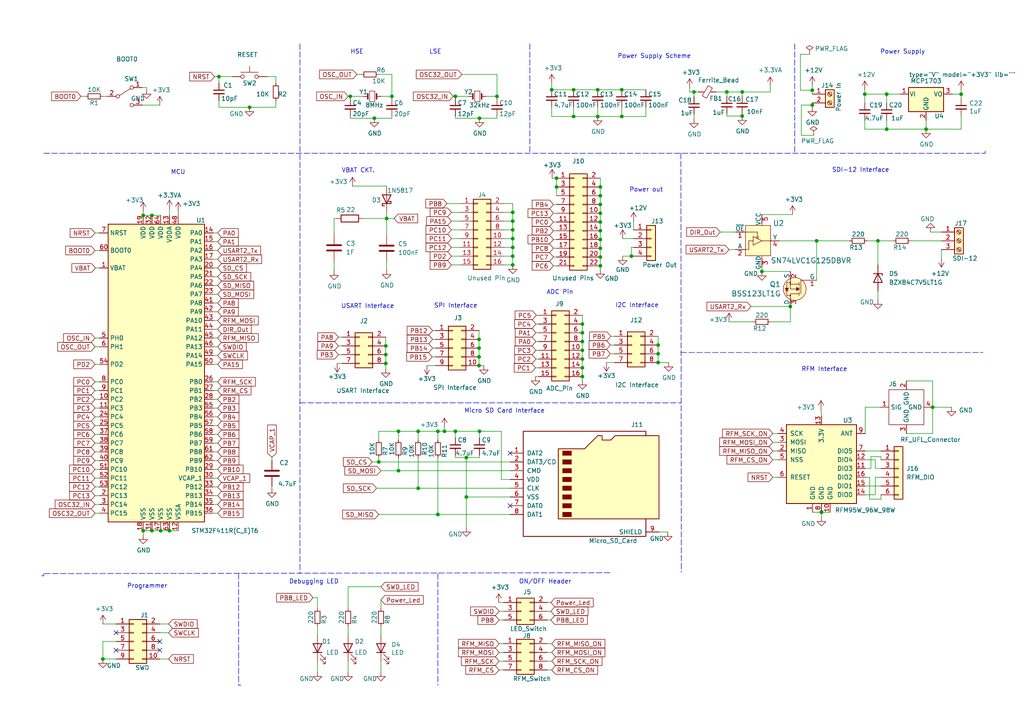
<source format=kicad_sch>
(kicad_sch (version 20211123) (generator eeschema)
  (paper "A4")
  (title_block (title "MoleNet V5.2") (date "2022-07-23") (rev "1") (company "Comnets Uni Bremen") (comment 1 "Eenesh Chavan"))
  (junction (at 268.605 37.465))
  (junction (at 46.609 153.924))
  (junction (at 41.529 62.484))
  (junction (at 235.585 30.48))
  (junction (at 115.57 136.525))
  (junction (at 148.717 69.215))
  (junction (at 138.938 100.965))
  (junction (at 270.51 118.11))
  (junction (at 238.252 148.463))
  (junction (at 190.881 102.616))
  (junction (at 201.295 26.67))
  (junction (at 148.717 66.675))
  (junction (at 190.881 105.156))
  (junction (at 168.91 109.22))
  (junction (at 173.355 26.035))
  (junction (at 108.585 34.29))
  (junction (at 127 125.095))
  (junction (at 229.235 88.9))
  (junction (at 148.717 76.835))
  (junction (at 101.6 27.94))
  (junction (at 63.5 22.225))
  (junction (at 168.91 96.52))
  (junction (at 183.134 74.295))
  (junction (at 168.91 106.68))
  (junction (at 174.117 74.549))
  (junction (at 29.845 191.135))
  (junction (at 111.887 102.87))
  (junction (at 49.149 153.924))
  (junction (at 166.37 33.782))
  (junction (at 72.39 31.115))
  (junction (at 112.141 63.373))
  (junction (at 250.825 27.305))
  (junction (at 44.069 153.924))
  (junction (at 148.717 61.595))
  (junction (at 138.938 103.505))
  (junction (at 111.887 100.33))
  (junction (at 215.265 33.655))
  (junction (at 235.585 26.162))
  (junction (at 174.117 72.009))
  (junction (at 121.285 141.605))
  (junction (at 127 149.225))
  (junction (at 128.905 125.095))
  (junction (at 139.065 125.095))
  (junction (at 148.717 64.135))
  (junction (at 174.117 61.849))
  (junction (at 148.717 71.755))
  (junction (at 215.265 26.67))
  (junction (at 138.938 106.045))
  (junction (at 139.065 34.29))
  (junction (at 144.145 27.94))
  (junction (at 168.91 99.06))
  (junction (at 168.91 93.98))
  (junction (at 173.355 33.782))
  (junction (at 174.117 69.469))
  (junction (at 161.417 54.229))
  (junction (at 210.82 26.67))
  (junction (at 160.02 26.035))
  (junction (at 174.117 59.309))
  (junction (at 148.717 74.295))
  (junction (at 236.855 69.85))
  (junction (at 220.98 78.74))
  (junction (at 254.635 69.85))
  (junction (at 180.34 33.782))
  (junction (at 41.529 153.924))
  (junction (at 132.08 27.94))
  (junction (at 109.855 133.985))
  (junction (at 257.175 37.465))
  (junction (at 174.117 66.929))
  (junction (at 44.069 62.484))
  (junction (at 190.881 100.076))
  (junction (at 115.57 125.095))
  (junction (at 278.765 27.305))
  (junction (at 174.117 54.229))
  (junction (at 168.91 104.14))
  (junction (at 166.37 26.035))
  (junction (at 180.34 26.035))
  (junction (at 113.665 27.94))
  (junction (at 174.117 77.089))
  (junction (at 174.117 56.769))
  (junction (at 111.887 105.41))
  (junction (at 135.255 132.715))
  (junction (at 174.117 64.389))
  (junction (at 161.417 51.689))
  (junction (at 238.252 148.59))
  (junction (at 257.175 27.305))
  (junction (at 135.255 144.145))
  (junction (at 168.91 101.6))
  (junction (at 121.285 125.095))
  (junction (at 132.08 125.095))
  (junction (at 138.938 98.425))
  (no_connect (at 46.355 186.055))
  (no_connect (at 33.655 188.595))
  (no_connect (at 147.955 131.445))
  (no_connect (at 33.655 183.515))
  (no_connect (at 46.355 188.595))
  (no_connect (at 147.955 146.685))
  (wire (pts (xy 27.559 143.764) (xy 28.829 143.764)))
  (wire (pts (xy 115.57 125.095) (xy 121.285 125.095)))
  (wire (pts (xy 174.117 51.689) (xy 174.117 54.229)))
  (wire (pts (xy 155.321 106.68) (xy 156.21 106.68)))
  (wire (pts (xy 146.05 189.23) (xy 144.78 189.23)))
  (wire (pts (xy 27.559 125.984) (xy 28.829 125.984)))
  (wire (pts (xy 135.255 144.145) (xy 135.255 132.715)))
  (wire (pts (xy 254.635 69.85) (xy 254.635 76.835)))
  (wire (pts (xy 29.845 180.975) (xy 33.655 180.975)))
  (wire (pts (xy 183.769 66.675) (xy 183.769 64.135)))
  (wire (pts (xy 112.141 63.373) (xy 112.141 68.199)))
  (wire (pts (xy 174.117 74.549) (xy 174.117 77.089)))
  (wire (pts (xy 63.119 85.344) (xy 61.849 85.344)))
  (wire (pts (xy 183.769 71.755) (xy 183.134 71.755)))
  (wire (pts (xy 252.603 132.461) (xy 255.524 132.461)))
  (wire (pts (xy 166.37 31.115) (xy 166.37 33.782)))
  (wire (pts (xy 168.91 91.44) (xy 168.91 93.98)))
  (wire (pts (xy 138.938 98.425) (xy 138.938 100.965)))
  (wire (pts (xy 101.6 33.655) (xy 101.6 34.29)))
  (wire (pts (xy 100.965 170.18) (xy 100.965 176.53)))
  (wire (pts (xy 63.119 133.604) (xy 61.849 133.604)))
  (wire (pts (xy 168.91 104.14) (xy 168.91 106.68)))
  (wire (pts (xy 264.16 69.85) (xy 273.05 69.85)))
  (wire (pts (xy 250.825 27.305) (xy 250.825 29.845)))
  (wire (pts (xy 158.75 186.69) (xy 160.02 186.69)))
  (wire (pts (xy 27.559 128.524) (xy 28.829 128.524)))
  (wire (pts (xy 220.98 77.47) (xy 220.98 78.74)))
  (wire (pts (xy 129.667 59.055) (xy 133.477 59.055)))
  (wire (pts (xy 146.05 186.69) (xy 144.78 186.69)))
  (wire (pts (xy 250.952 138.43) (xy 252.222 138.43)))
  (wire (pts (xy 105.41 27.94) (xy 101.6 27.94)))
  (wire (pts (xy 160.02 24.13) (xy 160.02 26.035)))
  (wire (pts (xy 270.51 110.49) (xy 270.51 118.11)))
  (wire (pts (xy 63.119 123.444) (xy 61.849 123.444)))
  (wire (pts (xy 98.171 97.79) (xy 99.187 97.79)))
  (wire (pts (xy 108.585 34.29) (xy 113.665 34.29)))
  (wire (pts (xy 146.177 61.595) (xy 148.717 61.595)))
  (wire (pts (xy 125.349 103.505) (xy 126.238 103.505)))
  (wire (pts (xy 92.075 191.77) (xy 92.075 194.945)))
  (wire (pts (xy 63.119 80.264) (xy 61.849 80.264)))
  (wire (pts (xy 168.91 106.68) (xy 168.91 109.22)))
  (wire (pts (xy 253.873 133.35) (xy 253.873 135.89)))
  (wire (pts (xy 41.275 30.48) (xy 46.355 30.48)))
  (wire (pts (xy 217.805 88.9) (xy 229.235 88.9)))
  (wire (pts (xy 27.559 123.444) (xy 28.829 123.444)))
  (wire (pts (xy 278.765 26.035) (xy 278.765 27.305)))
  (wire (pts (xy 255.524 132.461) (xy 255.524 133.35)))
  (wire (pts (xy 191.135 154.305) (xy 193.675 154.305)))
  (wire (pts (xy 130.937 74.295) (xy 133.477 74.295)))
  (wire (pts (xy 173.355 26.035) (xy 180.34 26.035)))
  (wire (pts (xy 130.937 76.835) (xy 133.477 76.835)))
  (wire (pts (xy 278.765 27.305) (xy 278.765 28.575)))
  (wire (pts (xy 246.38 69.85) (xy 236.855 69.85)))
  (wire (pts (xy 257.175 37.465) (xy 268.605 37.465)))
  (wire (pts (xy 160.147 51.689) (xy 161.417 51.689)))
  (wire (pts (xy 253.873 135.89) (xy 255.524 135.89)))
  (wire (pts (xy 63.119 128.524) (xy 61.849 128.524)))
  (wire (pts (xy 238.252 148.59) (xy 238.252 149.987)))
  (wire (pts (xy 27.559 113.284) (xy 28.829 113.284)))
  (wire (pts (xy 225.552 125.73) (xy 224.155 125.73)))
  (wire (pts (xy 113.665 27.94) (xy 113.665 21.59)))
  (wire (pts (xy 229.235 88.9) (xy 229.235 93.345)))
  (wire (pts (xy 63.119 118.364) (xy 61.849 118.364)))
  (wire (pts (xy 215.265 27.94) (xy 215.265 26.67)))
  (wire (pts (xy 276.225 27.305) (xy 278.765 27.305)))
  (wire (pts (xy 161.417 51.689) (xy 161.417 54.229)))
  (wire (pts (xy 236.855 69.85) (xy 226.06 69.85)))
  (wire (pts (xy 213.36 67.31) (xy 208.915 67.31)))
  (wire (pts (xy 109.855 133.985) (xy 107.95 133.985)))
  (wire (pts (xy 160.02 31.115) (xy 160.02 33.782)))
  (polyline (pts (xy 197.485 44.45) (xy 197.612 165.989)))
  (wire (pts (xy 27.686 77.724) (xy 28.829 77.724)))
  (wire (pts (xy 147.955 149.225) (xy 127 149.225)))
  (wire (pts (xy 210.82 26.67) (xy 210.82 27.94)))
  (wire (pts (xy 110.49 191.77) (xy 110.49 194.945)))
  (wire (pts (xy 146.177 71.755) (xy 148.717 71.755)))
  (wire (pts (xy 27.559 133.604) (xy 28.829 133.604)))
  (wire (pts (xy 148.717 64.135) (xy 148.717 66.675)))
  (wire (pts (xy 110.49 170.18) (xy 100.965 170.18)))
  (wire (pts (xy 27.559 72.644) (xy 28.829 72.644)))
  (polyline (pts (xy 12.7 166.37) (xy 12.7 167.005)))
  (wire (pts (xy 159.766 177.292) (xy 158.75 177.292)))
  (wire (pts (xy 190.881 102.616) (xy 190.881 105.156)))
  (wire (pts (xy 235.585 24.765) (xy 235.585 26.162)))
  (wire (pts (xy 155.575 91.44) (xy 156.21 91.44)))
  (wire (pts (xy 31.115 27.94) (xy 29.845 27.94)))
  (wire (pts (xy 109.855 21.59) (xy 113.665 21.59)))
  (wire (pts (xy 63.5 29.21) (xy 63.5 31.115)))
  (wire (pts (xy 144.653 174.752) (xy 146.05 174.752)))
  (wire (pts (xy 202.565 26.67) (xy 201.295 26.67)))
  (wire (pts (xy 110.49 176.53) (xy 110.49 173.99)))
  (wire (pts (xy 250.952 143.51) (xy 253.873 143.51)))
  (wire (pts (xy 257.175 27.305) (xy 257.175 29.845)))
  (wire (pts (xy 138.938 103.505) (xy 138.938 106.045)))
  (wire (pts (xy 80.01 22.225) (xy 77.47 22.225)))
  (wire (pts (xy 63.119 82.804) (xy 61.849 82.804)))
  (polyline (pts (xy 285.75 44.45) (xy 285.75 43.815)))
  (wire (pts (xy 273.05 67.31) (xy 269.875 67.31)))
  (wire (pts (xy 200.025 26.67) (xy 200.025 25.4)))
  (wire (pts (xy 135.255 132.715) (xy 139.065 132.715)))
  (wire (pts (xy 232.41 30.48) (xy 235.585 30.48)))
  (wire (pts (xy 168.91 96.52) (xy 168.91 99.06)))
  (wire (pts (xy 139.065 34.29) (xy 144.145 34.29)))
  (wire (pts (xy 113.665 27.94) (xy 110.49 27.94)))
  (wire (pts (xy 161.417 54.229) (xy 161.417 56.769)))
  (wire (pts (xy 180.34 31.115) (xy 180.34 33.782)))
  (wire (pts (xy 27.559 115.824) (xy 28.829 115.824)))
  (wire (pts (xy 147.955 133.985) (xy 109.855 133.985)))
  (wire (pts (xy 139.065 132.715) (xy 139.065 132.08)))
  (wire (pts (xy 132.08 125.095) (xy 139.065 125.095)))
  (wire (pts (xy 146.05 194.31) (xy 144.78 194.31)))
  (polyline (pts (xy 153.67 12.7) (xy 153.67 44.45)))
  (wire (pts (xy 177.165 97.536) (xy 178.181 97.536)))
  (wire (pts (xy 63.5 22.225) (xy 63.5 24.13)))
  (wire (pts (xy 104.775 21.59) (xy 103.505 21.59)))
  (wire (pts (xy 139.065 127) (xy 139.065 125.095)))
  (wire (pts (xy 63.5 22.225) (xy 67.31 22.225)))
  (wire (pts (xy 42.545 26.035) (xy 42.545 25.4)))
  (wire (pts (xy 42.545 25.4) (xy 41.275 25.4)))
  (wire (pts (xy 46.355 180.975) (xy 48.895 180.975)))
  (wire (pts (xy 174.117 56.769) (xy 174.117 59.309)))
  (wire (pts (xy 27.559 148.844) (xy 28.829 148.844)))
  (wire (pts (xy 250.952 118.11) (xy 250.952 125.73)))
  (wire (pts (xy 146.177 76.835) (xy 148.717 76.835)))
  (wire (pts (xy 130.937 69.215) (xy 133.477 69.215)))
  (wire (pts (xy 160.528 69.469) (xy 161.417 69.469)))
  (wire (pts (xy 235.712 148.59) (xy 238.252 148.59)))
  (wire (pts (xy 109.22 141.605) (xy 121.285 141.605)))
  (wire (pts (xy 211.455 72.39) (xy 213.36 72.39)))
  (wire (pts (xy 148.717 61.595) (xy 148.717 64.135)))
  (wire (pts (xy 27.559 138.684) (xy 28.829 138.684)))
  (wire (pts (xy 155.448 104.14) (xy 156.21 104.14)))
  (wire (pts (xy 63.119 75.184) (xy 61.849 75.184)))
  (wire (pts (xy 63.119 98.044) (xy 61.849 98.044)))
  (wire (pts (xy 262.89 110.49) (xy 270.51 110.49)))
  (wire (pts (xy 260.985 27.305) (xy 257.175 27.305)))
  (wire (pts (xy 27.559 136.144) (xy 28.829 136.144)))
  (wire (pts (xy 63.119 141.224) (xy 61.849 141.224)))
  (wire (pts (xy 250.952 133.35) (xy 253.873 133.35)))
  (wire (pts (xy 259.08 69.85) (xy 254.635 69.85)))
  (wire (pts (xy 24.765 27.94) (xy 23.495 27.94)))
  (wire (pts (xy 92.075 181.61) (xy 92.075 184.15)))
  (wire (pts (xy 63.119 115.824) (xy 61.849 115.824)))
  (wire (pts (xy 111.887 102.87) (xy 111.887 105.41)))
  (wire (pts (xy 155.448 93.98) (xy 156.21 93.98)))
  (wire (pts (xy 63.119 103.124) (xy 61.849 103.124)))
  (wire (pts (xy 63.119 87.884) (xy 61.849 87.884)))
  (polyline (pts (xy 230.505 12.7) (xy 230.505 44.45)))
  (wire (pts (xy 174.117 64.389) (xy 174.117 66.929)))
  (wire (pts (xy 96.901 75.692) (xy 96.901 78.613)))
  (wire (pts (xy 238.252 148.59) (xy 240.792 148.59)))
  (wire (pts (xy 115.57 136.525) (xy 110.49 136.525)))
  (wire (pts (xy 147.955 139.065) (xy 145.415 139.065)))
  (wire (pts (xy 210.82 26.67) (xy 215.265 26.67)))
  (wire (pts (xy 41.529 153.924) (xy 44.069 153.924)))
  (wire (pts (xy 155.448 99.06) (xy 156.21 99.06)))
  (wire (pts (xy 177.038 100.076) (xy 178.181 100.076)))
  (wire (pts (xy 135.89 27.94) (xy 132.08 27.94)))
  (wire (pts (xy 160.02 26.035) (xy 166.37 26.035)))
  (wire (pts (xy 278.765 33.655) (xy 278.765 37.465)))
  (wire (pts (xy 113.665 28.575) (xy 113.665 27.94)))
  (wire (pts (xy 132.08 132.08) (xy 132.08 132.715)))
  (wire (pts (xy 253.873 138.43) (xy 255.524 138.43)))
  (wire (pts (xy 210.82 33.02) (xy 210.82 33.655)))
  (wire (pts (xy 173.355 33.782) (xy 180.34 33.782)))
  (wire (pts (xy 238.125 118.745) (xy 238.252 120.65)))
  (wire (pts (xy 174.117 69.469) (xy 174.117 72.009)))
  (wire (pts (xy 159.766 174.752) (xy 158.75 174.752)))
  (wire (pts (xy 183.769 69.215) (xy 180.594 69.215)))
  (wire (pts (xy 225.552 133.35) (xy 224.155 133.35)))
  (polyline (pts (xy 69.215 198.755) (xy 69.85 198.755)))
  (wire (pts (xy 148.717 69.215) (xy 148.717 71.755)))
  (wire (pts (xy 225.552 130.81) (xy 224.155 130.81)))
  (wire (pts (xy 218.44 93.345) (xy 211.455 93.345)))
  (wire (pts (xy 155.448 101.6) (xy 156.21 101.6)))
  (wire (pts (xy 101.6 34.29) (xy 108.585 34.29)))
  (wire (pts (xy 63.5 31.115) (xy 72.39 31.115)))
  (wire (pts (xy 158.75 189.23) (xy 160.02 189.23)))
  (wire (pts (xy 146.177 59.055) (xy 148.717 59.055)))
  (wire (pts (xy 27.559 131.064) (xy 28.829 131.064)))
  (wire (pts (xy 109.855 132.715) (xy 109.855 133.985)))
  (wire (pts (xy 63.119 105.664) (xy 61.849 105.664)))
  (wire (pts (xy 132.08 27.94) (xy 131.445 27.94)))
  (polyline (pts (xy 86.995 116.84) (xy 197.485 116.84)))
  (wire (pts (xy 166.37 26.035) (xy 173.355 26.035)))
  (wire (pts (xy 255.524 144.78) (xy 255.524 143.51)))
  (wire (pts (xy 235.585 29.845) (xy 235.585 30.48)))
  (wire (pts (xy 27.559 120.904) (xy 28.829 120.904)))
  (wire (pts (xy 100.965 191.77) (xy 100.965 194.945)))
  (polyline (pts (xy 86.995 12.7) (xy 86.995 166.37)))
  (wire (pts (xy 159.766 179.832) (xy 158.75 179.832)))
  (wire (pts (xy 41.529 61.214) (xy 41.529 62.484)))
  (wire (pts (xy 175.895 105.156) (xy 178.181 105.156)))
  (wire (pts (xy 41.529 62.484) (xy 44.069 62.484)))
  (wire (pts (xy 252.603 135.89) (xy 252.603 132.461)))
  (polyline (pts (xy 127 166.37) (xy 127 198.755)))
  (wire (pts (xy 254.635 84.455) (xy 254.635 86.995)))
  (wire (pts (xy 270.51 125.73) (xy 270.51 118.11)))
  (wire (pts (xy 127 132.715) (xy 127 149.225)))
  (wire (pts (xy 125.476 95.885) (xy 126.238 95.885)))
  (wire (pts (xy 250.952 130.81) (xy 255.524 130.81)))
  (wire (pts (xy 144.78 177.292) (xy 146.05 177.292)))
  (wire (pts (xy 146.177 69.215) (xy 148.717 69.215)))
  (wire (pts (xy 201.295 26.67) (xy 201.295 28.067)))
  (wire (pts (xy 145.415 139.065) (xy 145.415 125.095)))
  (wire (pts (xy 33.655 186.055) (xy 29.845 186.055)))
  (wire (pts (xy 27.559 146.304) (xy 28.829 146.304)))
  (wire (pts (xy 128.905 125.095) (xy 132.08 125.095)))
  (wire (pts (xy 234.823 15.748) (xy 232.156 15.748)))
  (wire (pts (xy 160.528 74.549) (xy 161.417 74.549)))
  (wire (pts (xy 268.605 34.925) (xy 268.605 37.465)))
  (wire (pts (xy 98.171 102.87) (xy 99.187 102.87)))
  (wire (pts (xy 201.295 26.67) (xy 200.025 26.67)))
  (wire (pts (xy 105.283 63.373) (xy 112.141 63.373)))
  (wire (pts (xy 49.149 60.579) (xy 49.149 62.484)))
  (wire (pts (xy 253.873 143.51) (xy 253.873 138.43)))
  (wire (pts (xy 121.285 132.715) (xy 121.285 141.605)))
  (wire (pts (xy 125.476 98.425) (xy 126.238 98.425)))
  (wire (pts (xy 44.069 153.924) (xy 46.609 153.924)))
  (wire (pts (xy 63.119 92.964) (xy 61.849 92.964)))
  (wire (pts (xy 111.887 97.79) (xy 111.887 100.33)))
  (wire (pts (xy 160.528 77.089) (xy 161.417 77.089)))
  (wire (pts (xy 63.119 131.064) (xy 61.849 131.064)))
  (wire (pts (xy 63.119 67.564) (xy 61.849 67.564)))
  (wire (pts (xy 90.805 173.355) (xy 92.075 173.355)))
  (wire (pts (xy 236.855 81.28) (xy 236.855 69.85)))
  (wire (pts (xy 250.952 140.97) (xy 255.524 140.97)))
  (wire (pts (xy 174.117 66.929) (xy 174.117 69.469)))
  (wire (pts (xy 225.552 138.43) (xy 224.155 138.43)))
  (wire (pts (xy 41.529 155.194) (xy 41.529 153.924)))
  (wire (pts (xy 210.82 33.655) (xy 215.265 33.655)))
  (wire (pts (xy 174.117 61.849) (xy 174.117 64.389)))
  (wire (pts (xy 235.585 30.48) (xy 235.585 31.115)))
  (wire (pts (xy 112.141 63.373) (xy 114.3 63.373)))
  (wire (pts (xy 160.02 33.782) (xy 166.37 33.782)))
  (wire (pts (xy 146.177 66.675) (xy 148.717 66.675)))
  (wire (pts (xy 158.75 191.77) (xy 160.02 191.77)))
  (wire (pts (xy 128.905 123.825) (xy 128.905 125.095)))
  (wire (pts (xy 190.881 100.076) (xy 190.881 102.616)))
  (wire (pts (xy 29.845 191.135) (xy 33.655 191.135)))
  (wire (pts (xy 160.528 61.849) (xy 161.417 61.849)))
  (wire (pts (xy 113.665 34.29) (xy 113.665 33.655)))
  (wire (pts (xy 144.145 34.29) (xy 144.145 33.655)))
  (wire (pts (xy 27.559 98.044) (xy 28.829 98.044)))
  (wire (pts (xy 201.295 33.147) (xy 201.295 34.544)))
  (polyline (pts (xy 197.485 102.235) (xy 285.115 102.235)))
  (wire (pts (xy 135.255 144.145) (xy 135.255 153.035)))
  (wire (pts (xy 147.955 144.145) (xy 135.255 144.145)))
  (polyline (pts (xy 69.215 166.37) (xy 69.215 198.755)))
  (wire (pts (xy 146.05 191.77) (xy 144.78 191.77)))
  (wire (pts (xy 132.08 125.095) (xy 132.08 127)))
  (wire (pts (xy 127 127.635) (xy 127 125.095)))
  (wire (pts (xy 215.265 33.02) (xy 215.265 33.655)))
  (wire (pts (xy 78.867 132.588) (xy 78.867 133.477)))
  (wire (pts (xy 180.34 26.035) (xy 187.325 26.035)))
  (wire (pts (xy 127 125.095) (xy 128.905 125.095)))
  (polyline (pts (xy 12.7 167.005) (xy 12.065 167.005)))
  (wire (pts (xy 257.175 27.305) (xy 250.825 27.305)))
  (wire (pts (xy 168.91 99.06) (xy 168.91 101.6)))
  (wire (pts (xy 132.08 28.575) (xy 132.08 27.94)))
  (wire (pts (xy 63.119 146.304) (xy 61.849 146.304)))
  (wire (pts (xy 98.171 100.33) (xy 99.187 100.33)))
  (wire (pts (xy 174.117 54.229) (xy 174.117 56.769)))
  (wire (pts (xy 109.855 125.095) (xy 115.57 125.095)))
  (wire (pts (xy 148.717 59.055) (xy 148.717 61.595)))
  (wire (pts (xy 115.57 127.635) (xy 115.57 125.095)))
  (wire (pts (xy 273.05 72.39) (xy 273.05 74.93)))
  (wire (pts (xy 63.119 143.764) (xy 61.849 143.764)))
  (wire (pts (xy 72.39 31.115) (xy 80.01 31.115)))
  (wire (pts (xy 183.769 74.295) (xy 183.134 74.295)))
  (wire (pts (xy 121.285 141.605) (xy 147.955 141.605)))
  (wire (pts (xy 100.965 181.61) (xy 100.965 184.15)))
  (wire (pts (xy 102.235 53.975) (xy 112.141 53.975)))
  (wire (pts (xy 101.6 27.94) (xy 100.965 27.94)))
  (wire (pts (xy 252.222 138.43) (xy 252.222 144.78)))
  (wire (pts (xy 29.845 186.055) (xy 29.845 191.135)))
  (wire (pts (xy 132.08 132.715) (xy 135.255 132.715)))
  (wire (pts (xy 144.78 179.832) (xy 146.05 179.832)))
  (wire (pts (xy 250.952 118.11) (xy 255.27 118.11)))
  (wire (pts (xy 63.119 110.744) (xy 61.849 110.744)))
  (wire (pts (xy 138.938 106.045) (xy 140.335 106.045)))
  (wire (pts (xy 160.528 66.929) (xy 161.417 66.929)))
  (wire (pts (xy 250.825 37.465) (xy 257.175 37.465)))
  (wire (pts (xy 46.355 183.515) (xy 48.895 183.515)))
  (wire (pts (xy 27.559 110.744) (xy 28.829 110.744)))
  (wire (pts (xy 63.119 138.684) (xy 61.849 138.684)))
  (wire (pts (xy 235.966 39.243) (xy 232.41 39.243)))
  (wire (pts (xy 183.134 74.295) (xy 180.594 74.295)))
  (wire (pts (xy 51.689 61.214) (xy 51.689 62.484)))
  (wire (pts (xy 27.559 67.564) (xy 28.829 67.564)))
  (wire (pts (xy 138.938 95.885) (xy 138.938 98.425)))
  (wire (pts (xy 139.065 125.095) (xy 145.415 125.095)))
  (wire (pts (xy 46.355 191.135) (xy 48.895 191.135)))
  (wire (pts (xy 127 149.225) (xy 109.855 149.225)))
  (wire (pts (xy 190.881 105.156) (xy 193.929 105.156)))
  (wire (pts (xy 96.901 68.072) (xy 96.901 63.373)))
  (wire (pts (xy 110.49 181.61) (xy 110.49 184.15)))
  (wire (pts (xy 63.119 100.584) (xy 61.849 100.584)))
  (wire (pts (xy 160.528 59.309) (xy 161.417 59.309)))
  (wire (pts (xy 97.79 105.41) (xy 99.187 105.41)))
  (wire (pts (xy 63.119 72.644) (xy 61.849 72.644)))
  (wire (pts (xy 148.717 74.295) (xy 148.717 76.835)))
  (wire (pts (xy 63.119 120.904) (xy 61.849 120.904)))
  (wire (pts (xy 144.145 27.94) (xy 144.145 21.59)))
  (wire (pts (xy 232.41 39.243) (xy 232.41 30.48)))
  (wire (pts (xy 63.119 95.504) (xy 61.849 95.504)))
  (wire (pts (xy 278.765 37.465) (xy 268.605 37.465)))
  (wire (pts (xy 174.117 72.009) (xy 174.117 74.549)))
  (polyline (pts (xy 176.911 166.116) (xy 12.7 166.37)))
  (wire (pts (xy 148.717 71.755) (xy 148.717 74.295)))
  (wire (pts (xy 235.585 26.162) (xy 235.585 27.305)))
  (wire (pts (xy 146.177 74.295) (xy 148.717 74.295)))
  (wire (pts (xy 80.01 24.13) (xy 80.01 22.225)))
  (wire (pts (xy 166.37 33.782) (xy 173.355 33.782)))
  (wire (pts (xy 63.119 148.844) (xy 61.849 148.844)))
  (wire (pts (xy 144.145 28.575) (xy 144.145 27.94)))
  (wire (pts (xy 232.156 26.162) (xy 235.585 26.162)))
  (wire (pts (xy 254.635 69.85) (xy 251.46 69.85)))
  (wire (pts (xy 130.937 61.595) (xy 133.477 61.595)))
  (wire (pts (xy 63.119 77.724) (xy 61.849 77.724)))
  (wire (pts (xy 262.89 125.73) (xy 270.51 125.73)))
  (wire (pts (xy 207.645 26.67) (xy 210.82 26.67)))
  (wire (pts (xy 160.528 72.009) (xy 161.417 72.009)))
  (wire (pts (xy 115.57 132.715) (xy 115.57 136.525)))
  (wire (pts (xy 111.887 100.33) (xy 111.887 102.87)))
  (wire (pts (xy 130.937 64.135) (xy 133.477 64.135)))
  (wire (pts (xy 220.98 62.23) (xy 229.87 62.23)))
  (wire (pts (xy 232.156 15.748) (xy 232.156 26.162)))
  (wire (pts (xy 148.717 66.675) (xy 148.717 69.215)))
  (wire (pts (xy 121.285 125.095) (xy 127 125.095)))
  (wire (pts (xy 27.559 118.364) (xy 28.829 118.364)))
  (wire (pts (xy 252.222 144.78) (xy 255.524 144.78)))
  (wire (pts (xy 187.325 31.115) (xy 187.325 33.782)))
  (wire (pts (xy 229.235 93.345) (xy 223.52 93.345)))
  (wire (pts (xy 133.985 21.59) (xy 144.145 21.59)))
  (wire (pts (xy 44.069 62.484) (xy 46.609 62.484)))
  (wire (pts (xy 177.038 102.616) (xy 178.181 102.616)))
  (wire (pts (xy 168.91 110.363) (xy 168.91 109.22)))
  (wire (pts (xy 109.855 127.635) (xy 109.855 125.095)))
  (polyline (pts (xy 12.7 44.45) (xy 285.75 44.45)))
  (wire (pts (xy 130.937 66.675) (xy 133.477 66.675)))
  (wire (pts (xy 173.355 31.115) (xy 173.355 33.782)))
  (wire (pts (xy 63.119 136.144) (xy 61.849 136.144)))
  (wire (pts (xy 250.825 26.035) (xy 250.825 27.305)))
  (wire (pts (xy 111.887 106.934) (xy 111.887 105.41)))
  (wire (pts (xy 158.75 194.31) (xy 160.02 194.31)))
  (wire (pts (xy 121.285 127.635) (xy 121.285 125.095)))
  (wire (pts (xy 270.51 118.11) (xy 275.971 118.11)))
  (wire (pts (xy 225.552 128.27) (xy 224.155 128.27)))
  (wire (pts (xy 257.175 34.925) (xy 257.175 37.465)))
  (wire (pts (xy 49.149 153.924) (xy 51.689 153.924)))
  (wire (pts (xy 187.325 33.782) (xy 180.34 33.782)))
  (wire (pts (xy 63.119 125.984) (xy 61.849 125.984)))
  (wire (pts (xy 215.265 26.67) (xy 223.393 26.67)))
  (wire (pts (xy 174.117 59.309) (xy 174.117 61.849)))
  (wire (pts (xy 168.91 101.6) (xy 168.91 104.14)))
  (wire (pts (xy 96.901 63.373) (xy 97.663 63.373)))
  (wire (pts (xy 63.119 90.424) (xy 61.849 90.424)))
  (wire (pts (xy 80.01 31.115) (xy 80.01 29.21)))
  (wire (pts (xy 46.609 153.924) (xy 49.149 153.924)))
  (wire (pts (xy 27.559 141.224) (xy 28.829 141.224)))
  (wire (pts (xy 112.141 75.819) (xy 112.141 78.359)))
  (wire (pts (xy 62.23 22.225) (xy 63.5 22.225)))
  (wire (pts (xy 147.955 136.525) (xy 115.57 136.525)))
  (wire (pts (xy 144.145 27.94) (xy 140.97 27.94)))
  (wire (pts (xy 168.91 93.98) (xy 168.91 96.52)))
  (wire (pts (xy 27.559 105.664) (xy 28.829 105.664)))
  (wire (pts (xy 238.252 148.463) (xy 238.252 148.59)))
  (wire (pts (xy 27.559 100.584) (xy 28.829 100.584)))
  (wire (pts (xy 130.937 71.755) (xy 133.477 71.755)))
  (wire (pts (xy 78.867 141.732) (xy 78.867 141.097)))
  (wire (pts (xy 250.825 34.925) (xy 250.825 37.465)))
  (wire (pts (xy 132.08 34.29) (xy 139.065 34.29)))
  (wire (pts (xy 155.448 96.52) (xy 156.21 96.52)))
  (wire (pts (xy 112.141 61.595) (xy 112.141 63.373)))
  (wire (pts (xy 63.119 113.284) (xy 61.849 113.284)))
  (wire (pts (xy 174.117 78.232) (xy 174.117 77.089)))
  (wire (pts (xy 250.952 135.89) (xy 252.603 135.89)))
  (wire (pts (xy 123.825 106.045) (xy 126.238 106.045)))
  (wire (pts (xy 183.134 71.755) (xy 183.134 74.295)))
  (wire (pts (xy 229.235 78.74) (xy 220.98 78.74)))
  (wire (pts (xy 155.321 109.22) (xy 156.21 109.22)))
  (wire (pts (xy 101.6 28.575) (xy 101.6 27.94)))
  (wire (pts (xy 160.528 64.389) (xy 161.417 64.389)))
  (wire (pts (xy 63.119 70.104) (xy 61.849 70.104)))
  (wire (pts (xy 125.476 100.965) (xy 126.238 100.965)))
  (wire (pts (xy 146.177 64.135) (xy 148.717 64.135)))
  (wire (pts (xy 92.075 173.355) (xy 92.075 176.53)))
  (wire (pts (xy 223.393 24.892) (xy 223.393 26.67)))
  (wire (pts (xy 138.938 100.965) (xy 138.938 103.505)))
  (wire (pts (xy 190.881 97.536) (xy 190.881 100.076)))
  (wire (pts (xy 132.08 33.655) (xy 132.08 34.29)))
  (text "VBAT CKT." (at 99.06 50.292 0) (effects (font (size 1.27 1.27)) (justify left bottom)))
  (text "SPI Interface" (at 125.857 89.535 0) (effects (font (size 1.27 1.27)) (justify left bottom)))
  (text "RFM Interface" (at 232.41 107.95 0) (effects (font (size 1.27 1.27)) (justify left bottom)))
  (text "Power out" (at 182.499 55.88 0) (effects (font (size 1.27 1.27)) (justify left bottom)))
  (text "Micro SD Card Interface" (at 134.62 120.015 0) (effects (font (size 1.27 1.27)) (justify left bottom)))
  (text "SDI-12 Interface" (at 241.3 50.165 0) (effects (font (size 1.27 1.27)) (justify left bottom)))
  (text "I2C Interface" (at 178.435 89.408 0) (effects (font (size 1.27 1.27)) (justify left bottom)))
  (text "HSE" (at 101.6 15.875 0) (effects (font (size 1.27 1.27)) (justify left bottom)))
  (text "Programmer" (at 36.83 170.815 0) (effects (font (size 1.27 1.27)) (justify left bottom)))
  (text "ADC Pin" (at 158.496 85.598 0) (effects (font (size 1.27 1.27)) (justify left bottom)))
  (text "Power Supply" (at 255.27 15.875 0) (effects (font (size 1.27 1.27)) (justify left bottom)))
  (text "MCU" (at 49.53 50.8 0) (effects (font (size 1.27 1.27)) (justify left bottom)))
  (text "Power Supply Scheme" (at 179.07 17.145 0) (effects (font (size 1.27 1.27)) (justify left bottom)))
  (text "ON/OFF Header" (at 150.495 169.545 0) (effects (font (size 1.27 1.27)) (justify left bottom)))
  (text "LSE" (at 124.46 15.875 0) (effects (font (size 1.27 1.27)) (justify left bottom)))
  (text "Debugging LED" (at 83.82 169.545 0) (effects (font (size 1.27 1.27)) (justify left bottom)))
  (text "USART Interface" (at 98.933 89.662 0) (effects (font (size 1.27 1.27)) (justify left bottom)))
  (global_label "RFM_CS" (shape input) (at 63.119 113.284 0) (property "Intersheet References" "${INTERSHEET_REFS}" (effects hide)))
  (global_label "PC5" (shape input) (at 155.575 91.44 180) (property "Intersheet References" "${INTERSHEET_REFS}" (effects hide)))
  (global_label "PC8" (shape input) (at 160.528 72.009 180) (property "Intersheet References" "${INTERSHEET_REFS}" (effects hide)))
  (global_label "PC13" (shape input) (at 27.559 143.764 180) (property "Intersheet References" "${INTERSHEET_REFS}" (effects hide)))
  (global_label "NRST" (shape input) (at 48.895 191.135 0) (property "Intersheet References" "${INTERSHEET_REFS}" (effects hide)))
  (global_label "SD_SCK" (shape input) (at 63.119 80.264 0) (property "Intersheet References" "${INTERSHEET_REFS}" (effects hide)))
  (global_label "NRST" (shape input) (at 224.155 138.43 180) (property "Intersheet References" "${INTERSHEET_REFS}" (effects hide)))
  (global_label "SWD_LED" (shape input) (at 110.49 170.18 0) (property "Intersheet References" "${INTERSHEET_REFS}" (effects hide)))
  (global_label "PC7" (shape input) (at 160.528 74.549 180) (property "Intersheet References" "${INTERSHEET_REFS}" (effects hide)))
  (global_label "USART2_Tx" (shape input) (at 63.119 72.644 0) (property "Intersheet References" "${INTERSHEET_REFS}" (effects hide)))
  (global_label "PB6" (shape input) (at 177.038 100.076 180) (property "Intersheet References" "${INTERSHEET_REFS}" (effects hide)))
  (global_label "OSC_IN" (shape input) (at 27.559 98.044 180) (property "Intersheet References" "${INTERSHEET_REFS}" (effects hide)))
  (global_label "PA0" (shape input) (at 155.448 99.06 180) (property "Intersheet References" "${INTERSHEET_REFS}" (effects hide)))
  (global_label "SD_SCK" (shape input) (at 109.22 141.605 180) (property "Intersheet References" "${INTERSHEET_REFS}" (effects hide)))
  (global_label "PC10" (shape input) (at 130.937 66.675 180) (property "Intersheet References" "${INTERSHEET_REFS}" (effects hide)))
  (global_label "NRST" (shape input) (at 62.23 22.225 180) (property "Intersheet References" "${INTERSHEET_REFS}" (effects hide)))
  (global_label "RFM_CS" (shape input) (at 144.78 194.31 180) (property "Intersheet References" "${INTERSHEET_REFS}" (effects hide)))
  (global_label "PC6" (shape input) (at 27.559 125.984 180) (property "Intersheet References" "${INTERSHEET_REFS}" (effects hide)))
  (global_label "RFM_SCK" (shape input) (at 63.119 110.744 0) (property "Intersheet References" "${INTERSHEET_REFS}" (effects hide)))
  (global_label "PB10" (shape input) (at 160.528 69.469 180) (property "Intersheet References" "${INTERSHEET_REFS}" (effects hide)))
  (global_label "RFM_MOSI_ON" (shape input) (at 160.02 189.23 0) (property "Intersheet References" "${INTERSHEET_REFS}" (effects hide)))
  (global_label "PB9" (shape input) (at 130.937 76.835 180) (property "Intersheet References" "${INTERSHEET_REFS}" (effects hide)))
  (global_label "SD_MISO" (shape input) (at 109.855 149.225 180) (property "Intersheet References" "${INTERSHEET_REFS}" (effects hide)))
  (global_label "PC2" (shape input) (at 27.559 115.824 180) (property "Intersheet References" "${INTERSHEET_REFS}" (effects hide)))
  (global_label "USART2_Tx" (shape input) (at 211.455 72.39 180) (property "Intersheet References" "${INTERSHEET_REFS}" (effects hide)))
  (global_label "OSC32_IN" (shape input) (at 27.559 146.304 180) (property "Intersheet References" "${INTERSHEET_REFS}" (effects hide)))
  (global_label "PB8" (shape input) (at 144.78 179.832 180) (property "Intersheet References" "${INTERSHEET_REFS}" (effects hide)))
  (global_label "SWDIO" (shape input) (at 63.119 100.584 0) (property "Intersheet References" "${INTERSHEET_REFS}" (effects hide)))
  (global_label "PA9" (shape input) (at 98.171 100.33 180) (property "Intersheet References" "${INTERSHEET_REFS}" (effects hide)))
  (global_label "PC0" (shape input) (at 160.528 64.389 180) (property "Intersheet References" "${INTERSHEET_REFS}" (effects hide)))
  (global_label "PB12" (shape input) (at 63.119 141.224 0) (property "Intersheet References" "${INTERSHEET_REFS}" (effects hide)))
  (global_label "SD_CS" (shape input) (at 63.119 77.724 0) (property "Intersheet References" "${INTERSHEET_REFS}" (effects hide)))
  (global_label "PC9" (shape input) (at 27.559 133.604 180) (property "Intersheet References" "${INTERSHEET_REFS}" (effects hide)))
  (global_label "PC4" (shape input) (at 155.448 93.98 180) (property "Intersheet References" "${INTERSHEET_REFS}" (effects hide)))
  (global_label "PB3" (shape input) (at 98.171 102.87 180) (property "Intersheet References" "${INTERSHEET_REFS}" (effects hide)))
  (global_label "PC10" (shape input) (at 27.559 136.144 180) (property "Intersheet References" "${INTERSHEET_REFS}" (effects hide)))
  (global_label "RFM_MISO" (shape input) (at 144.78 186.69 180) (property "Intersheet References" "${INTERSHEET_REFS}" (effects hide)))
  (global_label "RFM_MISO" (shape input) (at 63.119 98.044 0) (property "Intersheet References" "${INTERSHEET_REFS}" (effects hide)))
  (global_label "PB8" (shape input) (at 129.667 59.055 180) (property "Intersheet References" "${INTERSHEET_REFS}" (effects hide)))
  (global_label "SD_CS" (shape input) (at 107.95 133.985 180) (property "Intersheet References" "${INTERSHEET_REFS}" (effects hide)))
  (global_label "PD2" (shape input) (at 130.937 74.295 180) (property "Intersheet References" "${INTERSHEET_REFS}" (effects hide)))
  (global_label "PA15" (shape input) (at 63.119 105.664 0) (property "Intersheet References" "${INTERSHEET_REFS}" (effects hide)))
  (global_label "PA9" (shape input) (at 63.119 90.424 0) (property "Intersheet References" "${INTERSHEET_REFS}" (effects hide)))
  (global_label "PC9" (shape input) (at 130.937 61.595 180) (property "Intersheet References" "${INTERSHEET_REFS}" (effects hide)))
  (global_label "PB15" (shape input) (at 63.119 148.844 0) (property "Intersheet References" "${INTERSHEET_REFS}" (effects hide)))
  (global_label "PA8" (shape input) (at 63.119 87.884 0) (property "Intersheet References" "${INTERSHEET_REFS}" (effects hide)))
  (global_label "PC13" (shape input) (at 160.528 61.849 180) (property "Intersheet References" "${INTERSHEET_REFS}" (effects hide)))
  (global_label "RFM_MOSI_ON" (shape input) (at 224.155 128.27 180) (property "Intersheet References" "${INTERSHEET_REFS}" (effects hide)))
  (global_label "RFM_MOSI" (shape input) (at 144.78 189.23 180) (property "Intersheet References" "${INTERSHEET_REFS}" (effects hide)))
  (global_label "PC8" (shape input) (at 27.559 131.064 180) (property "Intersheet References" "${INTERSHEET_REFS}" (effects hide)))
  (global_label "VCAP_1" (shape input) (at 78.867 132.588 90) (property "Intersheet References" "${INTERSHEET_REFS}" (effects hide)))
  (global_label "VBAT" (shape input) (at 27.686 77.724 180) (property "Intersheet References" "${INTERSHEET_REFS}" (effects hide)))
  (global_label "RFM_CS_ON" (shape input) (at 224.155 133.35 180) (property "Intersheet References" "${INTERSHEET_REFS}" (effects hide)))
  (global_label "PB9" (shape input) (at 63.119 133.604 0) (property "Intersheet References" "${INTERSHEET_REFS}" (effects hide)))
  (global_label "DIR_Out" (shape input) (at 208.915 67.31 180) (property "Intersheet References" "${INTERSHEET_REFS}" (effects hide)))
  (global_label "OSC32_OUT" (shape input) (at 133.985 21.59 180) (property "Intersheet References" "${INTERSHEET_REFS}" (effects hide)))
  (global_label "RFM_SCK_ON" (shape input) (at 224.155 125.73 180) (property "Intersheet References" "${INTERSHEET_REFS}" (effects hide)))
  (global_label "PB4" (shape input) (at 160.528 59.309 180) (property "Intersheet References" "${INTERSHEET_REFS}" (effects hide)))
  (global_label "PB13" (shape input) (at 63.119 143.764 0) (property "Intersheet References" "${INTERSHEET_REFS}" (effects hide)))
  (global_label "PC1" (shape input) (at 155.321 106.68 180) (property "Intersheet References" "${INTERSHEET_REFS}" (effects hide)))
  (global_label "PC4" (shape input) (at 27.559 120.904 180) (property "Intersheet References" "${INTERSHEET_REFS}" (effects hide)))
  (global_label "PC12" (shape input) (at 130.937 71.755 180) (property "Intersheet References" "${INTERSHEET_REFS}" (effects hide)))
  (global_label "RFM_SCK_ON" (shape input) (at 160.02 191.77 0) (property "Intersheet References" "${INTERSHEET_REFS}" (effects hide)))
  (global_label "PC11" (shape input) (at 27.559 138.684 180) (property "Intersheet References" "${INTERSHEET_REFS}" (effects hide)))
  (global_label "RFM_MISO_ON" (shape input) (at 224.155 130.81 180) (property "Intersheet References" "${INTERSHEET_REFS}" (effects hide)))
  (global_label "PC3" (shape input) (at 27.559 118.364 180) (property "Intersheet References" "${INTERSHEET_REFS}" (effects hide)))
  (global_label "USART2_Rx" (shape input) (at 63.119 75.184 0) (property "Intersheet References" "${INTERSHEET_REFS}" (effects hide)))
  (global_label "PC5" (shape input) (at 27.559 123.444 180) (property "Intersheet References" "${INTERSHEET_REFS}" (effects hide)))
  (global_label "PB8_LED" (shape input) (at 159.766 179.832 0) (property "Intersheet References" "${INTERSHEET_REFS}" (effects hide)))
  (global_label "VBAT" (shape input) (at 114.3 63.373 0) (property "Intersheet References" "${INTERSHEET_REFS}" (effects hide)))
  (global_label "PA0" (shape input) (at 63.119 67.564 0) (property "Intersheet References" "${INTERSHEET_REFS}" (effects hide)))
  (global_label "PA8" (shape input) (at 98.171 97.79 180) (property "Intersheet References" "${INTERSHEET_REFS}" (effects hide)))
  (global_label "SD_MOSI" (shape input) (at 63.119 85.344 0) (property "Intersheet References" "${INTERSHEET_REFS}" (effects hide)))
  (global_label "USART2_Rx" (shape input) (at 217.805 88.9 180) (property "Intersheet References" "${INTERSHEET_REFS}" (effects hide)))
  (global_label "SD_MOSI" (shape input) (at 110.49 136.525 180) (property "Intersheet References" "${INTERSHEET_REFS}" (effects hide)))
  (global_label "Power_Led" (shape input) (at 159.766 174.752 0) (property "Intersheet References" "${INTERSHEET_REFS}" (effects hide)))
  (global_label "SWDIO" (shape input) (at 144.78 177.292 180) (property "Intersheet References" "${INTERSHEET_REFS}" (effects hide)))
  (global_label "VCAP_1" (shape input) (at 63.119 138.684 0) (property "Intersheet References" "${INTERSHEET_REFS}" (effects hide)))
  (global_label "PB15" (shape input) (at 125.349 103.505 180) (property "Intersheet References" "${INTERSHEET_REFS}" (effects hide)))
  (global_label "PC3" (shape input) (at 155.448 101.6 180) (property "Intersheet References" "${INTERSHEET_REFS}" (effects hide)))
  (global_label "BOOT0" (shape input) (at 27.559 72.644 180) (property "Intersheet References" "${INTERSHEET_REFS}" (effects hide)))
  (global_label "OSC32_OUT" (shape input) (at 27.559 148.844 180) (property "Intersheet References" "${INTERSHEET_REFS}" (effects hide)))
  (global_label "SWDIO" (shape input) (at 48.895 180.975 0) (property "Intersheet References" "${INTERSHEET_REFS}" (effects hide)))
  (global_label "PB6" (shape input) (at 63.119 125.984 0) (property "Intersheet References" "${INTERSHEET_REFS}" (effects hide)))
  (global_label "PB5" (shape input) (at 63.119 123.444 0) (property "Intersheet References" "${INTERSHEET_REFS}" (effects hide)))
  (global_label "PB7" (shape input) (at 63.119 128.524 0) (property "Intersheet References" "${INTERSHEET_REFS}" (effects hide)))
  (global_label "DIR_Out" (shape input) (at 63.119 95.504 0) (property "Intersheet References" "${INTERSHEET_REFS}" (effects hide)))
  (global_label "PB8" (shape input) (at 63.119 131.064 0) (property "Intersheet References" "${INTERSHEET_REFS}" (effects hide)))
  (global_label "PB2" (shape input) (at 160.528 66.929 180) (property "Intersheet References" "${INTERSHEET_REFS}" (effects hide)))
  (global_label "Power_Led" (shape input) (at 110.49 173.99 0) (property "Intersheet References" "${INTERSHEET_REFS}" (effects hide)))
  (global_label "PC7" (shape input) (at 27.559 128.524 180) (property "Intersheet References" "${INTERSHEET_REFS}" (effects hide)))
  (global_label "PD2" (shape input) (at 27.559 105.664 180) (property "Intersheet References" "${INTERSHEET_REFS}" (effects hide)))
  (global_label "PB2" (shape input) (at 63.119 115.824 0) (property "Intersheet References" "${INTERSHEET_REFS}" (effects hide)))
  (global_label "PB12" (shape input) (at 125.476 95.885 180) (property "Intersheet References" "${INTERSHEET_REFS}" (effects hide)))
  (global_label "RFM_MISO_ON" (shape input) (at 160.02 186.69 0) (property "Intersheet References" "${INTERSHEET_REFS}" (effects hide)))
  (global_label "PB3" (shape input) (at 63.119 118.364 0) (property "Intersheet References" "${INTERSHEET_REFS}" (effects hide)))
  (global_label "PB10" (shape input) (at 63.119 136.144 0) (property "Intersheet References" "${INTERSHEET_REFS}" (effects hide)))
  (global_label "RFM_CS_ON" (shape input) (at 160.02 194.31 0) (property "Intersheet References" "${INTERSHEET_REFS}" (effects hide)))
  (global_label "BOOT0" (shape input) (at 23.495 27.94 180) (property "Intersheet References" "${INTERSHEET_REFS}" (effects hide)))
  (global_label "RFM_MOSI" (shape input) (at 63.119 92.964 0) (property "Intersheet References" "${INTERSHEET_REFS}" (effects hide)))
  (global_label "OSC_OUT" (shape input) (at 103.505 21.59 180) (property "Intersheet References" "${INTERSHEET_REFS}" (effects hide)))
  (global_label "OSC32_IN" (shape input) (at 131.445 27.94 180) (property "Intersheet References" "${INTERSHEET_REFS}" (effects hide)))
  (global_label "PB13" (shape input) (at 125.476 98.425 180) (property "Intersheet References" "${INTERSHEET_REFS}" (effects hide)))
  (global_label "PC1" (shape input) (at 27.559 113.284 180) (property "Intersheet References" "${INTERSHEET_REFS}" (effects hide)))
  (global_label "PB5" (shape input) (at 177.165 97.536 180) (property "Intersheet References" "${INTERSHEET_REFS}" (effects hide)))
  (global_label "RFM_SCK" (shape input) (at 144.78 191.77 180) (property "Intersheet References" "${INTERSHEET_REFS}" (effects hide)))
  (global_label "PB14" (shape input) (at 125.476 100.965 180) (property "Intersheet References" "${INTERSHEET_REFS}" (effects hide)))
  (global_label "PA1" (shape input) (at 155.448 96.52 180) (property "Intersheet References" "${INTERSHEET_REFS}" (effects hide)))
  (global_label "PC12" (shape input) (at 27.559 141.224 180) (property "Intersheet References" "${INTERSHEET_REFS}" (effects hide)))
  (global_label "PB4" (shape input) (at 63.119 120.904 0) (property "Intersheet References" "${INTERSHEET_REFS}" (effects hide)))
  (global_label "SWD_LED" (shape input) (at 159.766 177.292 0) (property "Intersheet References" "${INTERSHEET_REFS}" (effects hide)))
  (global_label "PB8_LED" (shape input) (at 90.805 173.355 180) (property "Intersheet References" "${INTERSHEET_REFS}" (effects hide)))
  (global_label "SD_MISO" (shape input) (at 63.119 82.804 0) (property "Intersheet References" "${INTERSHEET_REFS}" (effects hide)))
  (global_label "NRST" (shape input) (at 27.559 67.564 180) (property "Intersheet References" "${INTERSHEET_REFS}" (effects hide)))
  (global_label "PC11" (shape input) (at 130.937 69.215 180) (property "Intersheet References" "${INTERSHEET_REFS}" (effects hide)))
  (global_label "PA1" (shape input) (at 63.119 70.104 0) (property "Intersheet References" "${INTERSHEET_REFS}" (effects hide)))
  (global_label "OSC_IN" (shape input) (at 100.965 27.94 180) (property "Intersheet References" "${INTERSHEET_REFS}" (effects hide)))
  (global_label "PC6" (shape input) (at 160.528 77.089 180) (property "Intersheet References" "${INTERSHEET_REFS}" (effects hide)))
  (global_label "PA15" (shape input) (at 130.937 64.135 180) (property "Intersheet References" "${INTERSHEET_REFS}" (effects hide)))
  (global_label "SWCLK" (shape input) (at 63.119 103.124 0) (property "Intersheet References" "${INTERSHEET_REFS}" (effects hide)))
  (global_label "PC0" (shape input) (at 27.559 110.744 180) (property "Intersheet References" "${INTERSHEET_REFS}" (effects hide)))
  (global_label "PB14" (shape input) (at 63.119 146.304 0) (property "Intersheet References" "${INTERSHEET_REFS}" (effects hide)))
  (global_label "OSC_OUT" (shape input) (at 27.559 100.584 180) (property "Intersheet References" "${INTERSHEET_REFS}" (effects hide)))
  (global_label "SWCLK" (shape input) (at 48.895 183.515 0) (property "Intersheet References" "${INTERSHEET_REFS}" (effects hide)))
  (global_label "PB7" (shape input) (at 177.038 102.616 180) (property "Intersheet References" "${INTERSHEET_REFS}" (effects hide)))
  (global_label "PC2" (shape input) (at 155.448 104.14 180) (property "Intersheet References" "${INTERSHEET_REFS}" (effects hide)))
  (symbol (lib_id "power:GND") (at 92.075 194.945 0) (unit 1)
    (property "Reference" "#PWR0132" (effects hide))
    (property "Value" "GND" (at 88.9 196.85 0))
  )
  (symbol (lib_id "power:+3.3VA") (at 223.393 24.892 0) (unit 1)
    (property "Reference" "#PWR03" (effects hide))
    (property "Value" "+3.3VA" (at 223.393 20.32 0))
  )
  (symbol (lib_id "Connector_Generic:Conn_01x06") (at 260.604 135.89 0) (unit 1)
    (property "Reference" "J16" (at 262.89 135.8899 0) (effects (justify left)))
    (property "Value" "RFM_DIO" (at 262.89 138.4299 0) (effects (justify left)))
    (property "Footprint" "Connector_PinHeader_2.54mm:PinHeader_1x06_P2.54mm_Vertical" (effects hide))
  )
  (symbol (lib_id "Connector_Generic:Conn_02x04_Top_Bottom") (at 183.261 100.076 0) (unit 1)
    (property "Reference" "J12" (at 184.531 92.837 0))
    (property "Value" "I2C Interface" (at 184.785 111.633 0))
    (property "Footprint" "Connector_PinHeader_2.54mm:PinHeader_2x04_P2.54mm_Vertical" (effects hide))
  )
  (symbol (lib_id "power:GND") (at 201.295 34.544 0) (unit 1)
    (property "Reference" "#PWR02" (effects hide))
    (property "Value" "GND" (at 201.422 38.9382 0))
  )
  (symbol (lib_id "power:GND") (at 235.585 31.115 0) (unit 1)
    (property "Reference" "#PWR0125" (effects hide))
    (property "Value" "GND" (at 235.712 35.5092 0))
  )
  (symbol (lib_id "Device:R") (at 101.473 63.373 90) (unit 1)
    (property "Reference" "R5" (at 98.806 60.96 90))
    (property "Value" "22" (at 101.727 60.833 90))
    (property "Footprint" "Resistor_SMD:R_0805_2012Metric_Pad1.20x1.40mm_HandSolder" (effects hide))
  )
  (symbol (lib_id "Regulator_Linear:MCP1703A-3302_SOT223") (at 268.605 27.305 0) (unit 1)
    (property "Reference" "U4" (at 272.415 33.655 0))
    (property "Value" "MCP1703" (at 268.605 23.4696 0))
    (property "Footprint" "Package_TO_SOT_SMD:SOT-223-3_TabPin2" (effects hide))
    (property "Datasheet" "http://ww1.microchip.com/downloads/en/DeviceDoc/20005122B.pdf" (effects hide))
  )
  (symbol (lib_id "Device:R_Small") (at 100.965 179.07 180) (unit 1)
    (property "Reference" "R4" (at 102.87 179.705 90))
    (property "Value" "220" (at 99.06 179.07 90))
    (property "Footprint" "Resistor_SMD:R_0805_2012Metric_Pad1.20x1.40mm_HandSolder" (effects hide))
  )
  (symbol (lib_id "power:GND") (at 72.39 31.115 0) (unit 1)
    (property "Reference" "#PWR0148" (effects hide))
    (property "Value" "GND" (at 68.58 33.02 0))
  )
  (symbol (lib_id "power:+3.3V") (at 41.529 61.214 0) (unit 1)
    (property "Reference" "#PWR0154" (effects hide))
    (property "Value" "+3.3V" (at 38.989 58.039 0))
  )
  (symbol (lib_id "Device:C_Small") (at 250.825 32.385 0) (unit 1)
    (property "Reference" "C19" (at 252.095 30.48 0) (effects (justify left)))
    (property "Value" "4.7uF" (at 250.825 34.29 0) (effects (justify left)))
    (property "Footprint" "Capacitor_SMD:C_0805_2012Metric_Pad1.18x1.45mm_HandSolder" (effects hide))
  )
  (symbol (lib_id "power:GND") (at 41.529 155.194 0) (unit 1)
    (property "Reference" "#PWR0129" (effects hide))
    (property "Value" "GND" (at 41.656 159.5882 0))
  )
  (symbol (lib_id "power:GND") (at 215.265 33.655 0) (unit 1)
    (property "Reference" "#PWR0105" (effects hide))
    (property "Value" "GND" (at 215.392 38.0492 0))
  )
  (symbol (lib_id "power:GND") (at 108.585 34.29 0) (unit 1)
    (property "Reference" "#PWR0145" (effects hide))
    (property "Value" "GND" (at 108.712 38.6842 0))
  )
  (symbol (lib_id "Connector:Screw_Terminal_01x03") (at 278.13 69.85 0) (unit 1)
    (property "Reference" "J17" (at 276.86 64.77 0) (effects (justify left)))
    (property "Value" "SDI-12" (at 276.225 74.93 0) (effects (justify left)))
    (property "Footprint" "TerminalBlock_Phoenix:TerminalBlock_Phoenix_PT-1,5-3-3.5-H_1x03_P3.50mm_Horizontal" (effects hide))
  )
  (symbol (lib_id "MoleNet_v5.01-rescue:SN74LVC1G125DBVR-dk_Logic-Buffers-Drivers-Receivers-Transceivers") (at 220.98 69.85 0) (unit 1)
    (property "Reference" "U2" (at 224.155 64.77 0) (effects (font (size 1.524 1.524)) (justify left)))
    (property "Value" "SN74LVC1G125DBVR" (at 223.52 75.565 0) (effects (font (size 1.524 1.524)) (justify left)))
    (property "Footprint" "Package_TO_SOT_SMD:SOT-23-5" (effects hide))
    (property "Datasheet" "http://www.ti.com/general/docs/suppproductinfo.tsp?distId=10&gotoUrl=http%3A%2F%2Fwww.ti.com%2Flit%2Fgpn%2Fsn74lvc1g125" (effects hide))
    (property "Digi-Key_PN" "296-11603-1-ND" (effects hide))
    (property "MPN" "SN74LVC1G125DBVR" (effects hide))
    (property "Category" "Integrated Circuits (ICs)" (effects hide))
    (property "Family" "Logic - Buffers, Drivers, Receivers, Transceivers" (effects hide))
    (property "DK_Datasheet_Link" "http://www.ti.com/general/docs/suppproductinfo.tsp?distId=10&gotoUrl=http%3A%2F%2Fwww.ti.com%2Flit%2Fgpn%2Fsn74lvc1g125" (effects hide))
    (property "DK_Detail_Page" "/product-detail/en/texas-instruments/SN74LVC1G125DBVR/296-11603-1-ND/385742" (effects hide))
    (property "Description" "IC BUF NON-INVERT 5.5V SOT23-5" (effects hide))
    (property "Manufacturer" "Texas Instruments" (effects hide))
    (property "Status" "Active" (effects hide))
  )
  (symbol (lib_id "Device:C_Small") (at 257.175 32.385 0) (unit 1)
    (property "Reference" "C20" (at 257.81 30.48 0) (effects (justify left)))
    (property "Value" "1uF" (at 258.445 34.29 0) (effects (justify left)))
    (property "Footprint" "Capacitor_SMD:C_0805_2012Metric_Pad1.18x1.45mm_HandSolder" (effects hide))
  )
  (symbol (lib_id "power:GND") (at 275.971 118.11 0) (unit 1)
    (property "Reference" "#PWR05" (effects hide))
    (property "Value" "GND" (at 280.162 118.999 0))
  )
  (symbol (lib_id "power:+3.3V") (at 238.125 118.745 0) (unit 1)
    (property "Reference" "#PWR0109" (effects hide))
    (property "Value" "+3.3V" (at 233.68 118.11 0))
  )
  (symbol (lib_id "power:GND") (at 254.635 86.995 0) (unit 1)
    (property "Reference" "#PWR0107" (effects hide))
    (property "Value" "GND" (at 251.46 87.63 0))
  )
  (symbol (lib_id "power:GND") (at 174.117 78.232 0) (unit 1)
    (property "Reference" "#PWR0123" (effects hide))
    (property "Value" "GND" (at 177.419 80.772 0))
  )
  (symbol (lib_id "power:+3.3V") (at 278.765 26.035 0) (unit 1)
    (property "Reference" "#PWR0118" (effects hide))
    (property "Value" "+3.3V" (at 279.146 21.6408 0))
    (property "Spice_Primitive" "V" (effects hide))
    (property "Spice_Netlist_Enabled" "Y" (effects hide))
  )
  (symbol (lib_id "Device:R_Small") (at 109.855 130.175 180) (unit 1)
    (property "Reference" "R7" (at 111.76 130.81 90))
    (property "Value" "10K" (at 107.95 130.175 90))
    (property "Footprint" "Resistor_SMD:R_0402_1005Metric_Pad0.72x0.64mm_HandSolder" (effects hide))
  )
  (symbol (lib_id "Connector_Generic:Conn_02x03_Top_Bottom") (at 151.13 177.292 0) (unit 1)
    (property "Reference" "J5" (at 152.908 171.704 0))
    (property "Value" "LED_Switch" (at 153.289 182.372 0))
    (property "Footprint" "Connector_PinHeader_2.54mm:PinHeader_2x03_P2.54mm_Vertical" (effects hide))
  )
  (symbol (lib_id "Device:C_Small") (at 144.145 31.115 0) (unit 1)
    (property "Reference" "C10" (at 144.78 29.845 0) (effects (justify left)))
    (property "Value" "12pF" (at 144.78 33.02 0) (effects (justify left)))
    (property "Footprint" "Capacitor_SMD:C_0402_1005Metric_Pad0.74x0.62mm_HandSolder" (effects hide))
  )
  (symbol (lib_id "power:+3.3V") (at 29.845 180.975 0) (unit 1)
    (property "Reference" "#PWR0134" (effects hide))
    (property "Value" "+3.3V" (at 30.226 176.5808 0))
  )
  (symbol (lib_id "Device:C_Small") (at 132.08 129.54 0) (unit 1)
    (property "Reference" "C8" (at 132.715 127.635 0) (effects (justify left)))
    (property "Value" "4.7uF" (at 132.08 131.445 0) (effects (justify left)))
    (property "Footprint" "Capacitor_SMD:C_0402_1005Metric_Pad0.74x0.62mm_HandSolder" (effects hide))
  )
  (symbol (lib_id "power:GND") (at 110.49 194.945 0) (unit 1)
    (property "Reference" "#PWR0133" (effects hide))
    (property "Value" "GND" (at 107.315 196.85 0))
  )
  (symbol (lib_id "Device:LED") (at 92.075 187.96 90) (unit 1)
    (property "Reference" "D1" (at 93.345 186.055 90) (effects (justify right)))
    (property "Value" "LED" (at 94.615 189.23 90) (effects (justify right)))
    (property "Footprint" "LED_SMD:LED_0805_2012Metric_Pad1.15x1.40mm_HandSolder" (effects hide))
  )
  (symbol (lib_id "power:GND") (at 140.335 106.045 0) (unit 1)
    (property "Reference" "#PWR0143" (effects hide))
    (property "Value" "GND" (at 140.462 110.4392 0))
  )
  (symbol (lib_id "power:GND") (at 155.321 109.22 0) (unit 1)
    (property "Reference" "#PWR0138" (effects hide))
    (property "Value" "GND" (at 155.448 113.6142 0))
  )
  (symbol (lib_id "power:+3.3VA") (at 49.149 60.579 0) (unit 1)
    (property "Reference" "#PWR01" (effects hide))
    (property "Value" "+3.3VA" (at 49.149 56.642 0))
  )
  (symbol (lib_id "RF_UFL_Connector:RF_UFL_Connector") (at 262.89 118.11 270) (unit 1)
    (property "Reference" "J6" (at 258.953 111.379 90))
    (property "Value" "RF_UFL_Connector" (at 269.875 127.508 90))
    (property "Footprint" "Connector_Coaxial:U.FL_Molex_MCRF_73412-0110_Vertical" (effects hide))
  )
  (symbol (lib_id "Device:R_Small") (at 92.075 179.07 180) (unit 1)
    (property "Reference" "R3" (at 93.98 179.705 90))
    (property "Value" "220" (at 90.17 179.07 90))
    (property "Footprint" "Resistor_SMD:R_0805_2012Metric_Pad1.20x1.40mm_HandSolder" (effects hide))
  )
  (symbol (lib_id "Device:R_Small") (at 127 130.175 180) (unit 1)
    (property "Reference" "R11" (at 128.905 130.81 90))
    (property "Value" "10K" (at 125.095 130.81 90))
    (property "Footprint" "Resistor_SMD:R_0402_1005Metric_Pad0.72x0.64mm_HandSolder" (effects hide))
  )
  (symbol (lib_id "Connector:Micro_SD_Card") (at 170.815 139.065 0) (unit 1)
    (property "Reference" "J11" (at 184.785 123.19 0))
    (property "Value" "Micro_SD_Card" (at 177.8 156.845 0))
    (property "Footprint" "Connector_Card:microSD_HC_Molex_104031-0811" (effects hide))
    (property "Datasheet" "http://katalog.we-online.de/em/datasheet/693072010801.pdf" (effects hide))
  )
  (symbol (lib_id "power:+12V") (at 235.585 24.765 0) (unit 1)
    (property "Reference" "#PWR0124" (effects hide))
    (property "Value" "+12V" (at 235.966 20.3708 0))
  )
  (symbol (lib_id "power:GND") (at 220.98 78.74 0) (unit 1)
    (property "Reference" "#PWR0106" (effects hide))
    (property "Value" "GND" (at 217.805 79.375 0))
  )
  (symbol (lib_id "Device:C") (at 78.867 137.287 0) (unit 1)
    (property "Reference" "C2" (at 81.026 134.239 0) (effects (justify left)))
    (property "Value" "4.7uF" (at 80.645 140.335 0) (effects (justify left)))
    (property "Footprint" "Capacitor_SMD:C_0402_1005Metric_Pad0.74x0.62mm_HandSolder" (effects hide))
  )
  (symbol (lib_id "power:GND") (at 135.255 153.035 0) (unit 1)
    (property "Reference" "#PWR0127" (effects hide))
    (property "Value" "GND" (at 132.08 154.94 0))
  )
  (symbol (lib_id "power:GND") (at 78.867 141.732 0) (unit 1)
    (property "Reference" "#PWR0136" (effects hide))
    (property "Value" "GND" (at 78.994 146.1262 0))
  )
  (symbol (lib_id "Device:R_Small") (at 115.57 130.175 180) (unit 1)
    (property "Reference" "R9" (at 117.475 130.81 90))
    (property "Value" "10K" (at 113.665 130.175 90))
    (property "Footprint" "Resistor_SMD:R_0402_1005Metric_Pad0.72x0.64mm_HandSolder" (effects hide))
  )
  (symbol (lib_id "MoleNet_v5.01-rescue:Ferrite_Bead_Small-Device") (at 205.105 26.67 270) (unit 1)
    (property "Reference" "FB1" (at 207.645 28.575 90))
    (property "Value" "Ferrite_Bead" (at 208.407 23.241 90))
    (property "Footprint" "Inductor_SMD:L_0805_2012Metric_Pad1.05x1.20mm_HandSolder" (effects hide))
  )
  (symbol (lib_id "Connector_Generic:Conn_02x04_Odd_Even") (at 151.13 189.23 0) (unit 1)
    (property "Reference" "J8" (at 152.781 184.404 0))
    (property "Value" "RFM_Switch" (at 154.305 196.85 0))
    (property "Footprint" "Connector_PinHeader_2.54mm:PinHeader_2x04_P2.54mm_Vertical" (effects hide))
  )
  (symbol (lib_id "power:GND") (at 100.965 194.945 0) (unit 1)
    (property "Reference" "#PWR0131" (effects hide))
    (property "Value" "GND" (at 97.79 196.85 0))
  )
  (symbol (lib_id "Connector_Generic:Conn_02x05_Counter_Clockwise") (at 131.318 100.965 0) (unit 1)
    (property "Reference" "J3" (at 132.842 92.202 0))
    (property "Value" "SPI Interface" (at 131.953 112.395 0))
    (property "Footprint" "Connector_PinHeader_2.54mm:PinHeader_2x05_P2.54mm_Vertical" (effects hide))
  )
  (symbol (lib_id "power:+3.3V") (at 97.79 105.41 180) (unit 1)
    (property "Reference" "#PWR0130" (effects hide))
    (property "Value" "+3.3V" (at 97.79 109.22 0))
  )
  (symbol (lib_id "Device:C_Small") (at 132.08 31.115 0) (unit 1)
    (property "Reference" "C7" (at 132.715 29.845 0) (effects (justify left)))
    (property "Value" "12pF" (at 132.715 33.02 0) (effects (justify left)))
    (property "Footprint" "Capacitor_SMD:C_0402_1005Metric_Pad0.74x0.62mm_HandSolder" (effects hide))
  )
  (symbol (lib_id "power:+12V") (at 273.05 74.93 180) (unit 1)
    (property "Reference" "#PWR0119" (effects hide))
    (property "Value" "+12V" (at 272.669 79.3242 0))
  )
  (symbol (lib_id "power:GND") (at 42.545 26.035 0) (unit 1)
    (property "Reference" "#PWR0152" (effects hide))
    (property "Value" "GND" (at 40.005 28.575 0))
  )
  (symbol (lib_id "Device:C") (at 96.901 71.882 0) (unit 1)
    (property "Reference" "C3" (at 100.33 70.6119 0) (effects (justify left)))
    (property "Value" "1F" (at 100.33 73.1519 0) (effects (justify left)))
    (property "Footprint" "Capacitor_THT:C_Axial_L5.1mm_D3.1mm_P12.50mm_Horizontal" (effects hide))
  )
  (symbol (lib_id "Switch:SW_Push") (at 72.39 22.225 0) (unit 1)
    (property "Reference" "SW2" (at 72.39 24.13 0))
    (property "Value" "RESET" (at 71.755 15.875 0))
    (property "Footprint" "Button_Switch_THT:SW_PUSH_6mm_H4.3mm" (effects hide))
  )
  (symbol (lib_id "power:GND") (at 269.875 67.31 180) (unit 1)
    (property "Reference" "#PWR0120" (effects hide))
    (property "Value" "GND" (at 268.986 63.5 0))
  )
  (symbol (lib_id "Diode:BZX84Cxx") (at 254.635 80.645 270) (unit 1)
    (property "Reference" "D5" (at 257.81 79.3749 90) (effects (justify left)))
    (property "Value" "BZX84C7V5LT1G" (at 257.81 81.9149 90) (effects (justify left)))
    (property "Footprint" "Package_TO_SOT_SMD:SOT-23" (effects hide))
    (property "Datasheet" "https://diotec.com/tl_files/diotec/files/pdf/datasheets/bzx84c2v4.pdf" (effects hide))
  )
  (symbol (lib_id "Device:C_Small") (at 101.6 31.115 0) (unit 1)
    (property "Reference" "C4" (at 102.235 29.845 0) (effects (justify left)))
    (property "Value" "20pF" (at 102.235 33.02 0) (effects (justify left)))
    (property "Footprint" "Capacitor_SMD:C_0402_1005Metric_Pad0.74x0.62mm_HandSolder" (effects hide))
  )
  (symbol (lib_id "Device:C_Small") (at 166.37 28.575 0) (unit 1)
    (property "Reference" "C12" (at 167.005 27.305 0) (effects (justify left)))
    (property "Value" "100nF" (at 167.005 30.48 0) (effects (justify left)))
    (property "Footprint" "Capacitor_SMD:C_0805_2012Metric_Pad1.18x1.45mm_HandSolder" (effects hide))
  )
  (symbol (lib_id "RF_Module:RFM96W-433S2") (at 238.252 133.35 0) (unit 1)
    (property "Reference" "U3" (at 245.872 121.92 0))
    (property "Value" "RFM95W_96W_98W" (at 250.952 147.955 0))
    (property "Footprint" "RF_Module:HOPERF_RFM9XW_SMD" (effects hide))
    (property "Datasheet" "https://www.hoperf.com/data/upload/portal/20181127/5bfcc0ac60235.pdf" (effects hide))
  )
  (symbol (lib_id "Device:LED") (at 100.965 187.96 90) (unit 1)
    (property "Reference" "D2" (at 102.87 186.055 90) (effects (justify right)))
    (property "Value" "LED" (at 102.87 189.23 90) (effects (justify right)))
    (property "Footprint" "LED_SMD:LED_0805_2012Metric_Pad1.15x1.40mm_HandSolder" (effects hide))
  )
  (symbol (lib_id "power:GND") (at 29.845 191.135 0) (unit 1)
    (property "Reference" "#PWR0135" (effects hide))
    (property "Value" "GND" (at 33.02 193.04 0))
  )
  (symbol (lib_id "Device:C_Small") (at 173.355 28.575 0) (unit 1)
    (property "Reference" "C13" (at 173.99 27.305 0) (effects (justify left)))
    (property "Value" "100nF" (at 173.99 30.48 0) (effects (justify left)))
    (property "Footprint" "Capacitor_SMD:C_0805_2012Metric_Pad1.18x1.45mm_HandSolder" (effects hide))
  )
  (symbol (lib_id "power:+3.3V") (at 144.653 174.752 0) (unit 1)
    (property "Reference" "#PWR04" (effects hide))
    (property "Value" "+3.3V" (at 145.034 170.3578 0))
  )
  (symbol (lib_id "power:+3.3V") (at 180.594 69.215 0) (unit 1)
    (property "Reference" "#PWR0114" (effects hide))
    (property "Value" "+3.3V" (at 180.594 65.405 0))
  )
  (symbol (lib_id "Connector_Generic:Conn_02x08_Odd_Even") (at 161.29 99.06 0) (unit 1)
    (property "Reference" "J9" (at 162.306 88.138 0))
    (property "Value" "ADC_Pin" (at 162.306 112.649 0))
    (property "Footprint" "Connector_PinHeader_2.54mm:PinHeader_2x08_P2.54mm_Vertical" (effects hide))
  )
  (symbol (lib_id "Diode:1N5817") (at 112.141 57.785 90) (unit 1)
    (property "Reference" "D3" (at 107.823 58.039 90) (effects (justify right)))
    (property "Value" "1N5817" (at 112.268 55.245 90) (effects (justify right)))
    (property "Footprint" "Diode_THT:D_DO-41_SOD81_P10.16mm_Horizontal" (effects hide))
    (property "Datasheet" "http://www.vishay.com/docs/88525/1n5817.pdf" (effects hide))
  )
  (symbol (lib_id "Device:R_Small") (at 27.305 27.94 90) (unit 1)
    (property "Reference" "R1" (at 27.305 29.845 90))
    (property "Value" "10K" (at 27.305 26.035 90))
    (property "Footprint" "Resistor_SMD:R_0805_2012Metric_Pad1.20x1.40mm_HandSolder" (effects hide))
  )
  (symbol (lib_id "power:GND") (at 148.717 76.835 0) (unit 1)
    (property "Reference" "#PWR0144" (effects hide))
    (property "Value" "GND" (at 148.844 81.2292 0))
  )
  (symbol (lib_id "power:+3.3V") (at 123.825 106.045 180) (unit 1)
    (property "Reference" "#PWR0137" (effects hide))
    (property "Value" "+3.3V" (at 123.825 109.855 0))
  )
  (symbol (lib_id "power:GND") (at 139.065 34.29 0) (unit 1)
    (property "Reference" "#PWR0150" (effects hide))
    (property "Value" "GND" (at 139.192 38.6842 0))
  )
  (symbol (lib_id "Device:R_Small") (at 80.01 26.67 180) (unit 1)
    (property "Reference" "R2" (at 81.915 27.305 0))
    (property "Value" "10K" (at 76.2 27.305 0))
    (property "Footprint" "Resistor_SMD:R_0805_2012Metric_Pad1.20x1.40mm_HandSolder" (effects hide))
  )
  (symbol (lib_id "power:GND") (at 180.594 74.295 0) (unit 1)
    (property "Reference" "#PWR0115" (effects hide))
    (property "Value" "GND" (at 180.594 78.232 0))
  )
  (symbol (lib_id "Device:C_Small") (at 278.765 31.115 0) (unit 1)
    (property "Reference" "C22" (at 281.1018 29.9466 0) (effects (justify left)))
    (property "Value" "1uF" (at 281.1018 32.258 0) (effects (justify left)))
    (property "Footprint" "Capacitor_SMD:C_0805_2012Metric_Pad1.18x1.45mm_HandSolder" (effects hide))
  )
  (symbol (lib_id "power:GND") (at 193.675 154.305 0) (unit 1)
    (property "Reference" "#PWR0146" (effects hide))
    (property "Value" "GND" (at 190.5 156.21 0))
  )
  (symbol (lib_id "power:+3.3V") (at 160.147 51.689 0) (unit 1)
    (property "Reference" "#PWR0112" (effects hide))
    (property "Value" "+3.3V" (at 160.147 47.879 0))
  )
  (symbol (lib_id "Device:R_Small") (at 261.62 69.85 90) (unit 1)
    (property "Reference" "R14" (at 260.985 71.755 90))
    (property "Value" "220" (at 261.62 67.945 90))
    (property "Footprint" "Resistor_SMD:R_0805_2012Metric_Pad1.20x1.40mm_HandSolder" (effects hide))
  )
  (symbol (lib_id "Device:C_Small") (at 201.295 30.607 0) (unit 1)
    (property "Reference" "C18" (at 196.723 29.083 0) (effects (justify left)))
    (property "Value" "1uF" (at 197.358 32.766 0) (effects (justify left)))
    (property "Footprint" "Capacitor_SMD:C_0805_2012Metric_Pad1.18x1.45mm_HandSolder" (effects hide))
  )
  (symbol (lib_id "Device:C") (at 112.141 72.009 0) (unit 1)
    (property "Reference" "C5" (at 115.443 70.7389 0) (effects (justify left)))
    (property "Value" "100nF" (at 115.443 73.2789 0) (effects (justify left)))
    (property "Footprint" "Capacitor_SMD:C_0805_2012Metric_Pad1.18x1.45mm_HandSolder" (effects hide))
  )
  (symbol (lib_id "Device:R_Small") (at 110.49 179.07 180) (unit 1)
    (property "Reference" "R8" (at 112.395 179.705 90))
    (property "Value" "220" (at 108.585 179.07 90))
    (property "Footprint" "Resistor_SMD:R_0805_2012Metric_Pad1.20x1.40mm_HandSolder" (effects hide))
  )
  (symbol (lib_id "power:GND") (at 193.929 105.156 0) (unit 1)
    (property "Reference" "#PWR0121" (effects hide))
    (property "Value" "GND" (at 194.056 109.5502 0))
  )
  (symbol (lib_id "Device:LED") (at 110.49 187.96 90) (unit 1)
    (property "Reference" "D4" (at 113.4872 186.9694 90) (effects (justify right)))
    (property "Value" "LED" (at 113.4872 189.2808 90) (effects (justify right)))
    (property "Footprint" "LED_SMD:LED_0805_2012Metric_Pad1.15x1.40mm_HandSolder" (effects hide))
  )
  (symbol (lib_id "power:+3.3V") (at 46.355 30.48 0) (unit 1)
    (property "Reference" "#PWR0151" (effects hide))
    (property "Value" "+3.3V" (at 46.736 26.0858 0))
  )
  (symbol (lib_id "power:+3.3V") (at 175.895 105.156 180) (unit 1)
    (property "Reference" "#PWR0122" (effects hide))
    (property "Value" "+3.3V" (at 175.895 108.966 0))
  )
  (symbol (lib_id "power:GND") (at 168.91 110.363 0) (unit 1)
    (property "Reference" "#PWR0111" (effects hide))
    (property "Value" "GND" (at 169.037 114.7572 0))
  )
  (symbol (lib_id "Connector_Generic:Conn_02x04_Top_Bottom") (at 104.267 100.33 0) (unit 1)
    (property "Reference" "J2" (at 105.537 93.091 0))
    (property "Value" "USART Interface" (at 105.283 113.284 0))
    (property "Footprint" "Connector_PinHeader_2.54mm:PinHeader_2x04_P2.54mm_Vertical" (effects hide))
  )
  (symbol (lib_id "Device:C_Small") (at 63.5 26.67 0) (unit 1)
    (property "Reference" "C1" (at 64.77 24.765 0) (effects (justify left)))
    (property "Value" "10pF" (at 64.135 28.575 0) (effects (justify left)))
    (property "Footprint" "Capacitor_SMD:C_0805_2012Metric" (effects hide))
  )
  (symbol (lib_id "Device:R_Small") (at 248.92 69.85 90) (unit 1)
    (property "Reference" "R13" (at 248.285 71.755 90))
    (property "Value" "220" (at 248.92 67.945 90))
    (property "Footprint" "Resistor_SMD:R_0805_2012Metric_Pad1.20x1.40mm_HandSolder" (effects hide))
  )
  (symbol (lib_id "Device:C_Small") (at 180.34 28.575 0) (unit 1)
    (property "Reference" "C14" (at 180.975 27.305 0) (effects (justify left)))
    (property "Value" "100nF" (at 180.975 30.48 0) (effects (justify left)))
    (property "Footprint" "Capacitor_SMD:C_0805_2012Metric_Pad1.18x1.45mm_HandSolder" (effects hide))
  )
  (symbol (lib_id "Connector_Generic:Conn_01x04") (at 188.849 69.215 0) (unit 1)
    (property "Reference" "J13" (at 188.849 64.135 0) (effects (justify left)))
    (property "Value" "Power Out" (at 186.309 76.835 0) (effects (justify left)))
    (property "Footprint" "Connector_PinHeader_2.54mm:PinHeader_1x04_P2.54mm_Vertical" (effects hide))
  )
  (symbol (lib_id "Device:C_Small") (at 215.265 30.48 0) (unit 1)
    (property "Reference" "C17" (at 216.154 28.829 0) (effects (justify left)))
    (property "Value" "10nF" (at 216.535 32.385 0) (effects (justify left)))
    (property "Footprint" "Capacitor_SMD:C_0805_2012Metric_Pad1.18x1.45mm_HandSolder" (effects hide))
  )
  (symbol (lib_id "power:+3.3V") (at 200.025 25.4 0) (unit 1)
    (property "Reference" "#PWR0103" (effects hide))
    (property "Value" "+3.3V" (at 200.406 21.0058 0))
  )
  (symbol (lib_id "Connector_Generic:Conn_02x11_Odd_Even") (at 166.497 64.389 0) (unit 1)
    (property "Reference" "J10" (at 167.767 46.736 0))
    (property "Value" "Unused Pins" (at 166.243 80.645 0))
    (property "Footprint" "Connector_PinHeader_2.54mm:PinHeader_2x11_P2.54mm_Vertical" (effects hide))
  )
  (symbol (lib_id "Device:C_Small") (at 187.325 28.575 0) (unit 1)
    (property "Reference" "C15" (at 187.96 27.305 0) (effects (justify left)))
    (property "Value" "100nF" (at 187.96 30.48 0) (effects (justify left)))
    (property "Footprint" "Capacitor_SMD:C_0805_2012Metric_Pad1.18x1.45mm_HandSolder" (effects hide))
  )
  (symbol (lib_id "Connector:Screw_Terminal_01x02") (at 240.665 27.305 0) (unit 1)
    (property "Reference" "J14" (at 238.125 24.765 0) (effects (justify left)))
    (property "Value" "Power In" (at 243.205 32.385 90) (effects (justify left)))
    (property "Footprint" "TerminalBlock_Phoenix:TerminalBlock_Phoenix_PT-1,5-2-3.5-H_1x02_P3.50mm_Horizontal" (effects hide))
  )
  (symbol (lib_id "power:PWR_FLAG") (at 235.966 39.243 0) (unit 1)
    (property "Reference" "#FLG02" (effects hide))
    (property "Value" "PWR_FLAG" (at 237.109 40.894 0))
  )
  (symbol (lib_id "Device:R_Small") (at 220.98 93.345 90) (unit 1)
    (property "Reference" "R12" (at 220.345 95.25 90))
    (property "Value" "220" (at 220.98 91.44 90))
    (property "Footprint" "Resistor_SMD:R_0805_2012Metric_Pad1.20x1.40mm_HandSolder" (effects hide))
  )
  (symbol (lib_id "Device:C_Small") (at 160.02 28.575 0) (unit 1)
    (property "Reference" "C11" (at 160.655 27.305 0) (effects (justify left)))
    (property "Value" "4.7uF" (at 160.655 30.48 0) (effects (justify left)))
    (property "Footprint" "Capacitor_SMD:C_0805_2012Metric_Pad1.18x1.45mm_HandSolder" (effects hide))
  )
  (symbol (lib_id "power:GND") (at 238.252 149.987 0) (unit 1)
    (property "Reference" "#PWR0110" (effects hide))
    (property "Value" "GND" (at 234.442 151.892 0))
  )
  (symbol (lib_id "power:GND") (at 112.141 78.359 0) (unit 1)
    (property "Reference" "#PWR0141" (effects hide))
    (property "Value" "GND" (at 112.268 82.7532 0))
  )
  (symbol (lib_id "power:+12V") (at 250.825 26.035 0) (unit 1)
    (property "Reference" "#PWR0117" (effects hide))
    (property "Value" "+12V" (at 251.206 21.6408 0))
  )
  (symbol (lib_id "Device:Crystal_Small") (at 107.95 27.94 0) (unit 1)
    (property "Reference" "Y1" (at 105.41 26.67 0))
    (property "Value" "8MHz" (at 108.585 30.48 0))
    (property "Footprint" "Crystal:Crystal_SMD_5032-2Pin_5.0x3.2mm" (effects hide))
  )
  (symbol (lib_id "power:GND") (at 173.355 33.782 0) (unit 1)
    (property "Reference" "#PWR0101" (effects hide))
    (property "Value" "GND" (at 173.482 38.1762 0))
  )
  (symbol (lib_id "Device:Crystal_Small") (at 138.43 27.94 0) (unit 1)
    (property "Reference" "Y2" (at 135.89 26.67 0))
    (property "Value" "32kHz" (at 139.065 30.48 0))
    (property "Footprint" "Crystal:Crystal_SMD_3215-2Pin_3.2x1.5mm" (effects hide))
  )
  (symbol (lib_id "power:PWR_FLAG") (at 234.823 15.748 0) (unit 1)
    (property "Reference" "#FLG01" (effects hide))
    (property "Value" "PWR_FLAG" (at 241.173 14.097 0))
  )
  (symbol (lib_id "power:+3.3V") (at 102.235 53.975 0) (unit 1)
    (property "Reference" "#PWR0149" (effects hide))
    (property "Value" "+3.3V" (at 98.171 52.705 0))
  )
  (symbol (lib_id "power:+3.3V") (at 128.905 123.825 0) (unit 1)
    (property "Reference" "#PWR0128" (effects hide))
    (property "Value" "+3.3V" (at 124.46 123.19 0))
  )
  (symbol (lib_id "power:GND") (at 111.887 106.934 0) (unit 1)
    (property "Reference" "#PWR0126" (effects hide))
    (property "Value" "GND" (at 112.014 111.3282 0))
  )
  (symbol (lib_id "power:+3.3V") (at 229.87 62.23 0) (unit 1)
    (property "Reference" "#PWR0104" (effects hide))
    (property "Value" "+3.3V" (at 230.251 57.8358 0))
  )
  (symbol (lib_id "power:GND") (at 268.605 37.465 0) (unit 1)
    (property "Reference" "#PWR0116" (effects hide))
    (property "Value" "GND" (at 268.732 41.8592 0))
  )
  (symbol (lib_id "Connector_Generic:Conn_02x05_Odd_Even") (at 38.735 186.055 0) (unit 1)
    (property "Reference" "J1" (at 41.91 178.435 0))
    (property "Value" "SWD" (at 41.275 193.675 0))
    (property "Footprint" "Connector_IDC:IDC-Header_2x05_P2.54mm_Vertical" (effects hide))
  )
  (symbol (lib_id "Device:R_Small") (at 107.315 21.59 270) (unit 1)
    (property "Reference" "R6" (at 110.49 20.32 90))
    (property "Value" "10K" (at 109.855 23.495 90))
    (property "Footprint" "Resistor_SMD:R_0402_1005Metric_Pad0.72x0.64mm_HandSolder" (effects hide))
  )
  (symbol (lib_id "Device:R_Small") (at 121.285 130.175 180) (unit 1)
    (property "Reference" "R10" (at 123.19 130.175 90))
    (property "Value" "10K" (at 119.38 130.81 90))
    (property "Footprint" "Resistor_SMD:R_0402_1005Metric_Pad0.72x0.64mm_HandSolder" (effects hide))
  )
  (symbol (lib_id "Device:C_Small") (at 113.665 31.115 0) (unit 1)
    (property "Reference" "C6" (at 114.3 29.845 0) (effects (justify left)))
    (property "Value" "20pF" (at 114.3 33.02 0) (effects (justify left)))
    (property "Footprint" "Capacitor_SMD:C_0402_1005Metric_Pad0.74x0.62mm_HandSolder" (effects hide))
  )
  (symbol (lib_id "power:GND") (at 96.901 78.613 0) (unit 1)
    (property "Reference" "#PWR0140" (effects hide))
    (property "Value" "GND" (at 97.028 83.0072 0))
  )
  (symbol (lib_id "Device:C_Small") (at 210.82 30.48 0) (unit 1)
    (property "Reference" "C16" (at 211.074 28.702 0) (effects (justify left)))
    (property "Value" "1uF" (at 206.629 32.639 0) (effects (justify left)))
    (property "Footprint" "Capacitor_SMD:C_0805_2012Metric_Pad1.18x1.45mm_HandSolder" (effects hide))
  )
  (symbol (lib_id "MoleNet_v5.01-rescue:BSS123-dk_Transistors-FETs-MOSFETs-Single") (at 229.235 83.82 180) (unit 1)
    (property "Reference" "Q1" (at 226.4918 82.4738 0) (effects (font (size 1.524 1.524)) (justify left)))
    (property "Value" "BSS123LT1G" (at 226.4918 85.1662 0) (effects (font (size 1.524 1.524)) (justify left)))
    (property "Footprint" "Package_TO_SOT_SMD:SOT-23_Handsoldering" (effects hide))
    (property "Datasheet" "https://www.onsemi.com/pub/Collateral/BSS123-D.PDF" (effects hide))
    (property "Digi-Key_PN" "BSS123NCT-ND" (effects hide))
    (property "MPN" "BSS123" (effects hide))
    (property "Category" "Discrete Semiconductor Products" (effects hide))
    (property "Family" "Transistors - FETs, MOSFETs - Single" (effects hide))
    (property "DK_Datasheet_Link" "https://www.onsemi.com/pub/Collateral/BSS123-D.PDF" (effects hide))
    (property "DK_Detail_Page" "/product-detail/en/on-semiconductor/BSS123/BSS123NCT-ND/244665" (effects hide))
    (property "Description" "MOSFET N-CH 100V 170MA SOT-23" (effects hide))
    (property "Manufacturer" "ON Semiconductor" (effects hide))
    (property "Status" "Active" (effects hide))
  )
  (symbol (lib_id "Device:C_Small") (at 139.065 129.54 0) (unit 1)
    (property "Reference" "C9" (at 139.7 127.635 0) (effects (justify left)))
    (property "Value" "4.7uF" (at 139.7 131.445 0) (effects (justify left)))
    (property "Footprint" "Capacitor_SMD:C_0402_1005Metric_Pad0.74x0.62mm_HandSolder" (effects hide))
  )
  (symbol (lib_id "power:+3.3V") (at 51.689 61.214 0) (unit 1)
    (property "Reference" "#PWR0153" (effects hide))
    (property "Value" "+3.3V" (at 55.499 59.055 0))
  )
  (symbol (lib_id "power:+3.3V") (at 160.02 24.13 0) (unit 1)
    (property "Reference" "#PWR0102" (effects hide))
    (property "Value" "+3.3V" (at 160.401 19.7358 0))
  )
  (symbol (lib_id "Switch:SW_SPDT") (at 36.195 27.94 0) (unit 1)
    (property "Reference" "SW1" (at 38.1 22.86 0))
    (property "Value" "BOOT0" (at 36.83 17.145 0))
    (property "Footprint" "My_Library:Switch_SPDT_THT" (effects hide))
  )
  (symbol (lib_id "power:+3.3V") (at 211.455 93.345 0) (unit 1)
    (property "Reference" "#PWR0108" (effects hide))
    (property "Value" "+3.3V" (at 208.28 92.71 0))
  )
  (symbol (lib_id "power:+12V") (at 183.769 64.135 0) (unit 1)
    (property "Reference" "#PWR0113" (effects hide))
    (property "Value" "+12V" (at 185.039 60.325 0))
  )
  (symbol (lib_id "Connector_Generic:Conn_02x08_Odd_Even") (at 138.557 66.675 0) (unit 1)
    (property "Reference" "J4" (at 139.827 56.515 0))
    (property "Value" "Unused Pin" (at 141.097 80.645 0))
    (property "Footprint" "Connector_PinHeader_2.54mm:PinHeader_2x08_P2.54mm_Vertical" (effects hide))
  )
  (symbol (lib_id "STM32:STM32F411R(C_E)T6") (at 45.339 105.664 0) (unit 1)
    (property "Reference" "U1" (at 56.896 63.881 0) (effects (justify left)))
    (property "Value" "STM32F411R(C_E)T6" (at 55.499 153.924 0) (effects (justify left)))
    (property "Footprint" "STM32:LQFP-64_10x10mm_P0.5mm" (effects hide))
  )
)
</source>
